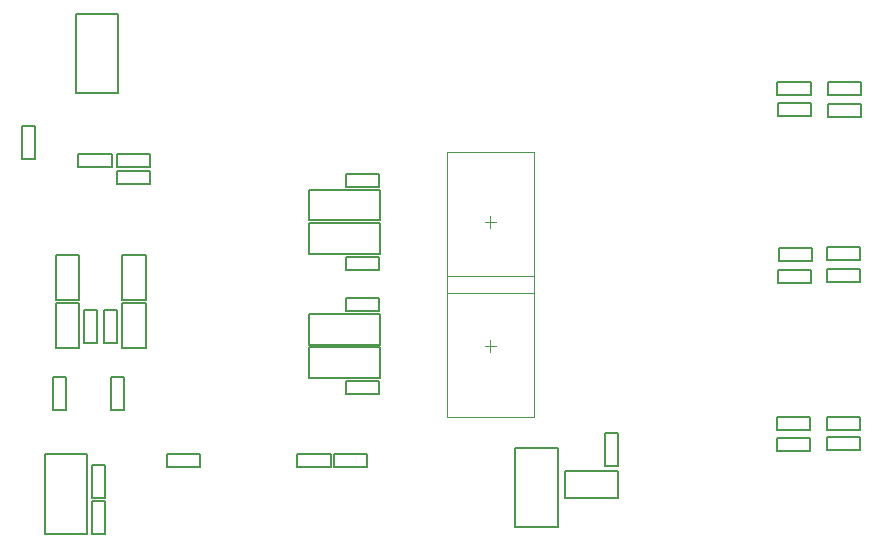
<source format=gbr>
%TF.GenerationSoftware,Altium Limited,Altium Designer,21.6.4 (81)*%
G04 Layer_Color=32768*
%FSLAX43Y43*%
%MOMM*%
%TF.SameCoordinates,EF7AACBD-433E-4B6D-8733-A8E214C0EB56*%
%TF.FilePolarity,Positive*%
%TF.FileFunction,Other,Bottom_Courtyard*%
%TF.Part,Single*%
G01*
G75*
%TA.AperFunction,NonConductor*%
%ADD60C,0.200*%
%ADD81C,0.050*%
D60*
X23156Y10653D02*
Y13453D01*
X22056D02*
X23156D01*
X22056Y10653D02*
Y13453D01*
Y10653D02*
X23156D01*
Y13699D02*
Y16499D01*
X22056D02*
X23156D01*
X22056Y13699D02*
Y16499D01*
Y13699D02*
X23156D01*
X28332Y16341D02*
X31132D01*
Y17441D01*
X28332D02*
X31132D01*
X28332Y16341D02*
Y17441D01*
X42503D02*
X45303D01*
X42503Y16341D02*
Y17441D01*
Y16341D02*
X45303D01*
Y17441D01*
X21612Y10671D02*
Y17371D01*
X18012D02*
X21612D01*
X18012Y10671D02*
Y17371D01*
Y10671D02*
X21612D01*
X39418Y17441D02*
X42218D01*
X39418Y16341D02*
Y17441D01*
Y16341D02*
X42218D01*
Y17441D01*
X20628Y47958D02*
Y54658D01*
Y47958D02*
X24228D01*
Y54658D01*
X20628D02*
X24228D01*
X40433Y23846D02*
X46392D01*
Y26446D01*
X40433D02*
X46392D01*
X40433Y23846D02*
Y26446D01*
X43495Y23588D02*
X46295D01*
X43495Y22488D02*
Y23588D01*
Y22488D02*
X46295D01*
Y23588D01*
X43495Y41139D02*
X46295D01*
X43495Y40039D02*
Y41139D01*
Y40039D02*
X46295D01*
Y41139D01*
X43495Y30624D02*
X46295D01*
X43495Y29524D02*
Y30624D01*
Y29524D02*
X46295D01*
Y30624D01*
X40433Y34362D02*
X46392D01*
Y36962D01*
X40433D02*
X46392D01*
X40433Y34362D02*
Y36962D01*
Y37181D02*
X46392D01*
Y39781D01*
X40433D02*
X46392D01*
X40433Y37181D02*
Y39781D01*
Y26665D02*
X46392D01*
Y29265D01*
X40433D02*
X46392D01*
X40433Y26665D02*
Y29265D01*
X43495Y34103D02*
X46295D01*
X43495Y33003D02*
Y34103D01*
Y33003D02*
X46295D01*
Y34103D01*
X19803Y21118D02*
Y23918D01*
X18703D02*
X19803D01*
X18703Y21118D02*
Y23918D01*
Y21118D02*
X19803D01*
X24705D02*
Y23918D01*
X23605D02*
X24705D01*
X23605Y21118D02*
Y23918D01*
Y21118D02*
X24705D01*
X24096Y26808D02*
Y29608D01*
X22996D02*
X24096D01*
X22996Y26808D02*
Y29608D01*
Y26808D02*
X24096D01*
X22470Y26833D02*
Y29633D01*
X21370D02*
X22470D01*
X21370Y26833D02*
Y29633D01*
Y26833D02*
X22470D01*
X26558Y26351D02*
Y30163D01*
X24546D02*
X26558D01*
X24546Y26351D02*
Y30163D01*
Y26351D02*
X26558D01*
X20945D02*
Y30163D01*
X18933D02*
X20945D01*
X18933Y26351D02*
Y30163D01*
Y26351D02*
X20945D01*
Y30428D02*
Y34240D01*
X18933D02*
X20945D01*
X18933Y30428D02*
Y34240D01*
Y30428D02*
X20945D01*
X26558D02*
Y34240D01*
X24546D02*
X26558D01*
X24546Y30428D02*
Y34240D01*
Y30428D02*
X26558D01*
X16112Y42376D02*
Y45176D01*
Y42376D02*
X17212D01*
Y45176D01*
X16112D02*
X17212D01*
X20876Y41716D02*
X23676D01*
Y42816D01*
X20876D02*
X23676D01*
X20876Y41716D02*
Y42816D01*
X24127Y41716D02*
X26927D01*
Y42816D01*
X24127D02*
X26927D01*
X24127Y41716D02*
Y42816D01*
Y41342D02*
X26927D01*
X24127Y40242D02*
Y41342D01*
Y40242D02*
X26927D01*
Y41342D01*
X80083Y47083D02*
X82883D01*
X80083Y45983D02*
Y47083D01*
Y45983D02*
X82883D01*
Y47083D01*
X84249Y33062D02*
X87049D01*
X84249Y31962D02*
Y33062D01*
Y31962D02*
X87049D01*
Y33062D01*
X80058Y47761D02*
X82858D01*
Y48861D01*
X80058D02*
X82858D01*
X80058Y47761D02*
Y48861D01*
X84350Y47812D02*
X87150D01*
Y48912D01*
X84350D02*
X87150D01*
X84350Y47812D02*
Y48912D01*
X84300Y47032D02*
X87100D01*
X84300Y45932D02*
Y47032D01*
Y45932D02*
X87100D01*
Y47032D01*
X84249Y33842D02*
X87049D01*
Y34942D01*
X84249D02*
X87049D01*
X84249Y33842D02*
Y34942D01*
X80134Y33011D02*
X82934D01*
X80134Y31911D02*
Y33011D01*
Y31911D02*
X82934D01*
Y33011D01*
X80159Y33765D02*
X82959D01*
Y34865D01*
X80159D02*
X82959D01*
X80159Y33765D02*
Y34865D01*
X80021Y19414D02*
X82821D01*
Y20514D01*
X80021D02*
X82821D01*
X80021Y19414D02*
Y20514D01*
X84210Y19440D02*
X87010D01*
Y20540D01*
X84210D02*
X87010D01*
X84210Y19440D02*
Y20540D01*
Y18813D02*
X87010D01*
X84210Y17713D02*
Y18813D01*
Y17713D02*
X87010D01*
Y18813D01*
X80021Y18787D02*
X82821D01*
X80021Y17687D02*
Y18787D01*
Y17687D02*
X82821D01*
Y18787D01*
X61465Y11204D02*
Y17904D01*
X57865D02*
X61465D01*
X57865Y11204D02*
Y17904D01*
Y11204D02*
X61465D01*
X66514Y16366D02*
Y19166D01*
X65414D02*
X66514D01*
X65414Y16366D02*
Y19166D01*
Y16366D02*
X66514D01*
X62037Y15933D02*
X66587D01*
X62037Y13683D02*
Y15933D01*
Y13683D02*
X66587D01*
Y15933D01*
D81*
X55755Y36528D02*
Y37528D01*
X55255Y37028D02*
X56255D01*
X59455Y31078D02*
Y42978D01*
X52055D02*
X59455D01*
X52055Y31078D02*
Y42978D01*
Y31078D02*
X59455D01*
X55753Y26018D02*
Y27018D01*
X55253Y26518D02*
X56253D01*
X59453Y20568D02*
Y32468D01*
X52053D02*
X59453D01*
X52053Y20568D02*
Y32468D01*
Y20568D02*
X59453D01*
%TF.MD5,fc9526593483e5771b91072386bc7060*%
M02*

</source>
